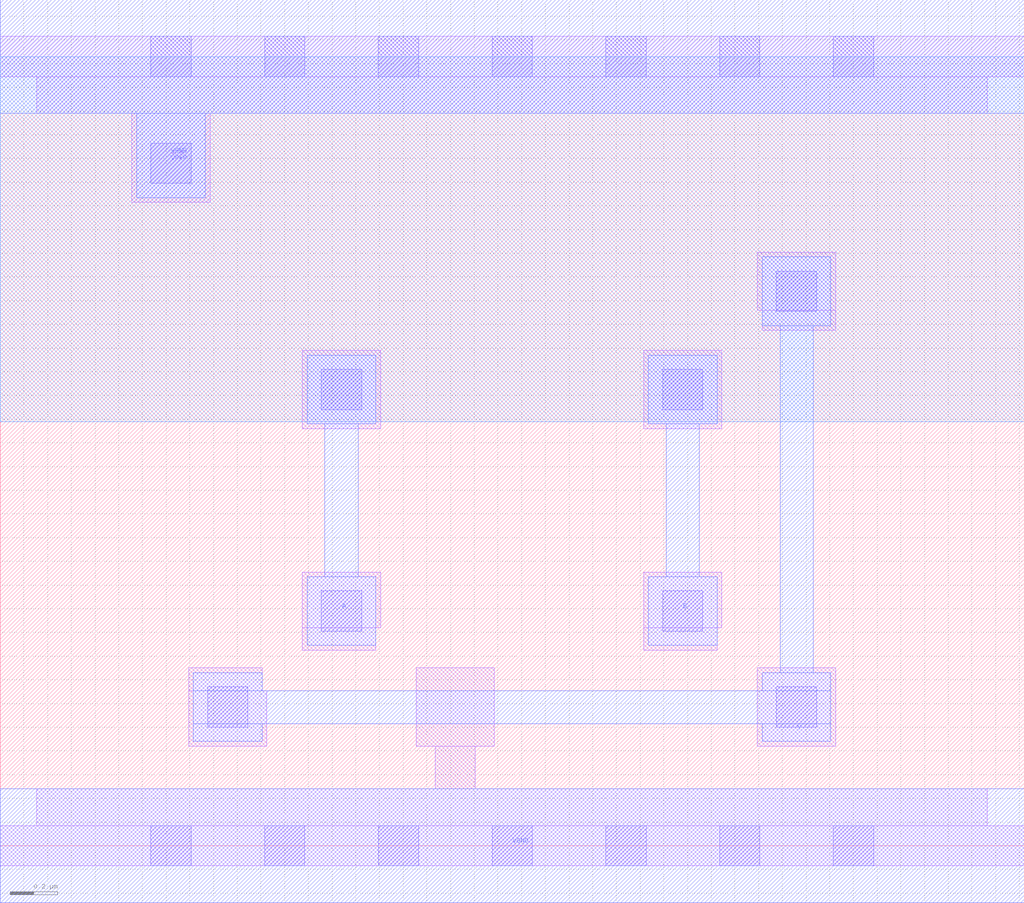
<source format=lef>
VERSION 5.7 ;
  NOWIREEXTENSIONATPIN ON ;
  DIVIDERCHAR "/" ;
  BUSBITCHARS "[]" ;
MACRO NOR2X1
  CLASS CORE ;
  FOREIGN NOR2X1 ;
  ORIGIN 0.000 0.000 ;
  SIZE 4.320 BY 3.330 ;
  SYMMETRY X Y ;
  SITE unit ;
  PIN A
    ANTENNAGATEAREA 0.189000 ;
    PORT
      LAYER met1 ;
        RECT 1.295 1.780 1.585 2.070 ;
        RECT 1.370 1.135 1.510 1.780 ;
        RECT 1.295 0.845 1.585 1.135 ;
    END
  END A
  PIN B
    ANTENNAGATEAREA 0.189000 ;
    PORT
      LAYER met1 ;
        RECT 2.735 1.780 3.025 2.070 ;
        RECT 2.810 1.135 2.950 1.780 ;
        RECT 2.735 0.845 3.025 1.135 ;
    END
  END B
  PIN VGND
    ANTENNADIFFAREA 0.562100 ;
    PORT
      LAYER met1 ;
        RECT 0.000 -0.240 4.320 0.240 ;
    END
    PORT
      LAYER met1 ;
        RECT 0.000 3.090 4.320 3.570 ;
        RECT 0.575 2.735 0.865 3.090 ;
    END
  END VGND
  PIN VPWR
    ANTENNADIFFAREA 0.663600 ;
    PORT
      LAYER li1 ;
        RECT 0.000 3.245 4.320 3.415 ;
        RECT 0.155 3.090 4.165 3.245 ;
        RECT 0.555 2.715 0.885 3.090 ;
      LAYER mcon ;
        RECT 0.635 3.245 0.805 3.415 ;
        RECT 1.115 3.245 1.285 3.415 ;
        RECT 1.595 3.245 1.765 3.415 ;
        RECT 2.075 3.245 2.245 3.415 ;
        RECT 2.555 3.245 2.725 3.415 ;
        RECT 3.035 3.245 3.205 3.415 ;
        RECT 3.515 3.245 3.685 3.415 ;
        RECT 0.635 2.795 0.805 2.965 ;
    END
  END VPWR
  PIN Y
    ANTENNADIFFAREA 1.383750 ;
    PORT
      LAYER met1 ;
        RECT 3.215 2.195 3.505 2.485 ;
        RECT 3.290 0.730 3.430 2.195 ;
        RECT 0.815 0.655 1.105 0.730 ;
        RECT 3.215 0.655 3.505 0.730 ;
        RECT 0.815 0.515 3.505 0.655 ;
        RECT 0.815 0.440 1.105 0.515 ;
        RECT 3.215 0.440 3.505 0.515 ;
    END
  END Y
  OBS
      LAYER nwell ;
        RECT 0.000 1.790 4.320 3.330 ;
      LAYER li1 ;
        RECT 3.195 2.260 3.525 2.505 ;
        RECT 3.215 2.175 3.525 2.260 ;
        RECT 1.275 1.760 1.605 2.090 ;
        RECT 2.715 1.760 3.045 2.090 ;
        RECT 1.275 0.920 1.605 1.155 ;
        RECT 2.715 0.920 3.045 1.155 ;
        RECT 1.275 0.825 1.585 0.920 ;
        RECT 2.715 0.825 3.025 0.920 ;
        RECT 0.795 0.655 1.105 0.750 ;
        RECT 0.795 0.420 1.125 0.655 ;
        RECT 1.755 0.420 2.085 0.750 ;
        RECT 3.195 0.420 3.525 0.750 ;
        RECT 1.835 0.240 2.005 0.420 ;
        RECT 0.155 0.085 4.165 0.240 ;
        RECT 0.000 -0.085 4.320 0.085 ;
      LAYER mcon ;
        RECT 3.275 2.255 3.445 2.425 ;
        RECT 1.355 1.840 1.525 2.010 ;
        RECT 2.795 1.840 2.965 2.010 ;
        RECT 1.355 0.905 1.525 1.075 ;
        RECT 2.795 0.905 2.965 1.075 ;
        RECT 0.875 0.500 1.045 0.670 ;
        RECT 3.275 0.500 3.445 0.670 ;
        RECT 0.635 -0.085 0.805 0.085 ;
        RECT 1.115 -0.085 1.285 0.085 ;
        RECT 1.595 -0.085 1.765 0.085 ;
        RECT 2.075 -0.085 2.245 0.085 ;
        RECT 2.555 -0.085 2.725 0.085 ;
        RECT 3.035 -0.085 3.205 0.085 ;
        RECT 3.515 -0.085 3.685 0.085 ;
  END
END NOR2X1
END LIBRARY


</source>
